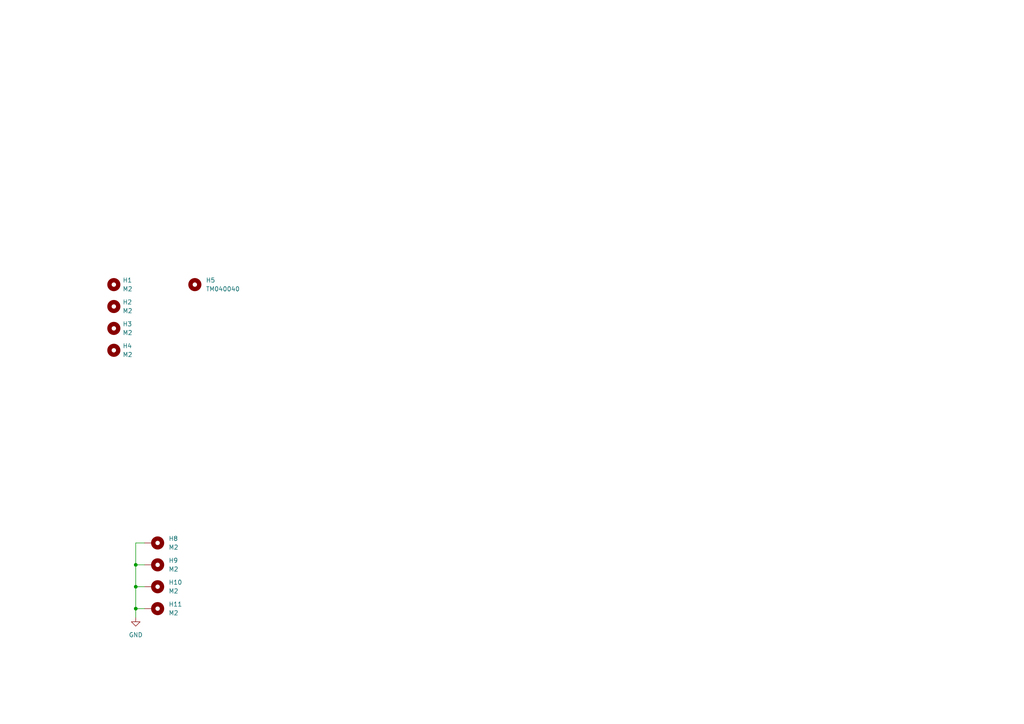
<source format=kicad_sch>
(kicad_sch (version 20250114) (generator "eeschema") (generator_version "9.0")
  (paper "A4")
  (lib_symbols
    (symbol "Mechanical:MountingHole" (pin_names (offset 1.016))
      (property "Reference" "H" (at 0 5.08 0))
      (property "Value" "MountingHole" (at 0 3.175 0))
      (symbol "MountingHole_0_1"
        (circle (center 0 0) (radius 1.27) (stroke (width 1.27)))
      )
    )
    (symbol "Mechanical:MountingHole_Pad" (pin_numbers (hide yes)) (pin_names (offset 1.016) (hide yes)) (in_bom no)
      (property "Reference" "H" (at 0 6.35 0))
      (property "Value" "MountingHole_Pad" (at 0 4.445 0))
      (symbol "MountingHole_Pad_0_1"
        (circle (center 0 1.27) (radius 1.27) (stroke (width 1.27)))
      )
      (symbol "MountingHole_Pad_1_1"
        (pin input line (at 0 -2.54 90) (length 2.54) (name "1") (number "1"))
      )
    )
    (symbol "power:GND" (power) (pin_numbers (hide yes)) (pin_names (offset 0) (hide yes))
      (property "Value" "GND" (at 0 -3.81 0))
      (symbol "GND_0_1"
        (polyline (pts (xy 0 0) (xy 0 -1.27) (xy 1.27 -1.27) (xy 0 -2.54) (xy -1.27 -1.27) (xy 0 -1.27)))
      )
      (symbol "GND_1_1"
        (pin power_in line (at 0 0 270) (length 0) (name "~") (number "1"))
      )
    )
  )
  (junction (at 39.37 176.53))
  (junction (at 39.37 163.83))
  (junction (at 39.37 170.18))
  (wire (pts (xy 39.37 170.18) (xy 39.37 176.53)))
  (wire (pts (xy 39.37 170.18) (xy 41.91 170.18)))
  (wire (pts (xy 39.37 157.48) (xy 41.91 157.48)))
  (wire (pts (xy 39.37 163.83) (xy 39.37 170.18)))
  (wire (pts (xy 39.37 157.48) (xy 39.37 163.83)))
  (wire (pts (xy 39.37 176.53) (xy 41.91 176.53)))
  (wire (pts (xy 39.37 179.07) (xy 39.37 176.53)))
  (wire (pts (xy 39.37 163.83) (xy 41.91 163.83)))
  (symbol (lib_id "Mechanical:MountingHole") (at 33.02 95.25 0) (unit 1)
    (property "Reference" "H3" (at 35.56 93.98 0) (effects (justify left)))
    (property "Value" "M2" (at 35.56 96.52 0) (effects (justify left)))
    (property "Footprint" "MountingHole:MountingHole_2.2mm_M2" (effects (hide yes)))
  )
  (symbol (lib_id "power:GND") (at 39.37 179.07 0) (unit 1)
    (property "Reference" "#PWR01" (effects (hide yes)))
    (property "Value" "GND" (at 39.37 184.15 0))
    (property "Description" "Power symbol creates a global label with name \"GND\" , ground" (effects (hide yes)))
  )
  (symbol (lib_id "Mechanical:MountingHole_Pad") (at 44.45 176.53 270) (unit 1) (in_bom no)
    (property "Reference" "H11" (at 48.895 175.2599 90) (effects (justify left)))
    (property "Value" "M2" (at 48.895 177.7999 90) (effects (justify left)))
    (property "Footprint" "DreaM117er-keebLibrary:MountingHole_2.2mm_M2_Nut_THT" (effects (hide yes)))
    (property "Description" "Mounting Hole with connection" (effects (hide yes)))
  )
  (symbol (lib_id "Mechanical:MountingHole") (at 33.02 101.6 0) (unit 1)
    (property "Reference" "H4" (at 35.56 100.33 0) (effects (justify left)))
    (property "Value" "M2" (at 35.56 102.87 0) (effects (justify left)))
    (property "Footprint" "MountingHole:MountingHole_2.2mm_M2" (effects (hide yes)))
  )
  (symbol (lib_id "Mechanical:MountingHole") (at 33.02 82.55 0) (unit 1)
    (property "Reference" "H1" (at 35.56 81.28 0) (effects (justify left)))
    (property "Value" "M2" (at 35.56 83.82 0) (effects (justify left)))
    (property "Footprint" "MountingHole:MountingHole_2.2mm_M2" (effects (hide yes)))
  )
  (symbol (lib_id "Mechanical:MountingHole") (at 56.515 82.55 0) (unit 1)
    (property "Reference" "H5" (at 59.69 81.28 0) (effects (justify left)))
    (property "Value" "TM040040" (at 59.69 83.82 0) (effects (justify left)))
    (property "Footprint" "DreaM117er-keebLibrary:Trackpad_Cirque_TM040040" (effects (hide yes)))
  )
  (symbol (lib_id "Mechanical:MountingHole_Pad") (at 44.45 163.83 270) (unit 1) (in_bom no)
    (property "Reference" "H9" (at 48.895 162.5599 90) (effects (justify left)))
    (property "Value" "M2" (at 48.895 165.0999 90) (effects (justify left)))
    (property "Footprint" "DreaM117er-keebLibrary:MountingHole_2.2mm_M2_Nut_THT" (effects (hide yes)))
    (property "Description" "Mounting Hole with connection" (effects (hide yes)))
  )
  (symbol (lib_id "Mechanical:MountingHole") (at 33.02 88.9 0) (unit 1)
    (property "Reference" "H2" (at 35.56 87.63 0) (effects (justify left)))
    (property "Value" "M2" (at 35.56 90.17 0) (effects (justify left)))
    (property "Footprint" "MountingHole:MountingHole_2.2mm_M2" (effects (hide yes)))
  )
  (symbol (lib_id "Mechanical:MountingHole_Pad") (at 44.45 157.48 270) (unit 1) (in_bom no)
    (property "Reference" "H8" (at 48.895 156.2099 90) (effects (justify left)))
    (property "Value" "M2" (at 48.895 158.7499 90) (effects (justify left)))
    (property "Footprint" "DreaM117er-keebLibrary:MountingHole_2.2mm_M2_Nut_THT" (effects (hide yes)))
    (property "Description" "Mounting Hole with connection" (effects (hide yes)))
  )
  (symbol (lib_id "Mechanical:MountingHole_Pad") (at 44.45 170.18 270) (unit 1) (in_bom no)
    (property "Reference" "H10" (at 48.895 168.9099 90) (effects (justify left)))
    (property "Value" "M2" (at 48.895 171.4499 90) (effects (justify left)))
    (property "Footprint" "DreaM117er-keebLibrary:MountingHole_2.2mm_M2_Nut_THT" (effects (hide yes)))
    (property "Description" "Mounting Hole with connection" (effects (hide yes)))
  )
)
</source>
